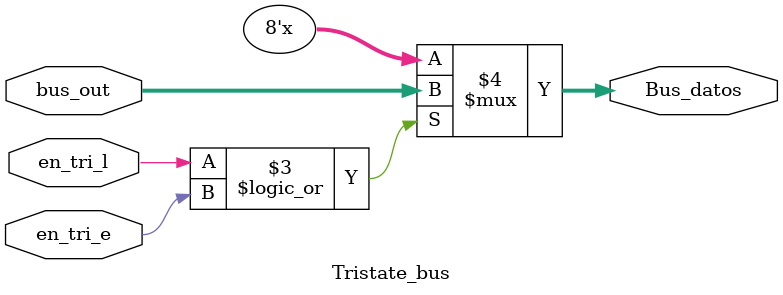
<source format=v>
`timescale 1ns / 1ps

module Tristate_bus(
   // input enable,
    input [7:0] bus_out,
	 input en_tri_l, en_tri_e, //Señales de enable provenientes de los bloques de Señales de Control
    output [7:0] Bus_datos //bus de salidad de datos al RTC
    );

//Si alguna de las dos señales que habilira el tercer estado está activa, entonces el bus de datos toma el valor del bus de salida 
//correspondiente de lo contrario toma un valor de alta impedancia.
assign Bus_datos = ((en_tri_l==1) || (en_tri_e==1)) ? bus_out : 8'bzzzzzzzz;
//Cabe resaltar que el estado de alta impedancia se realiza al bus que va hacia la salida, ya que en la nexys 4 no es posible hacer 
//Bloques de alta impedancia en los módulos internos.
endmodule

</source>
